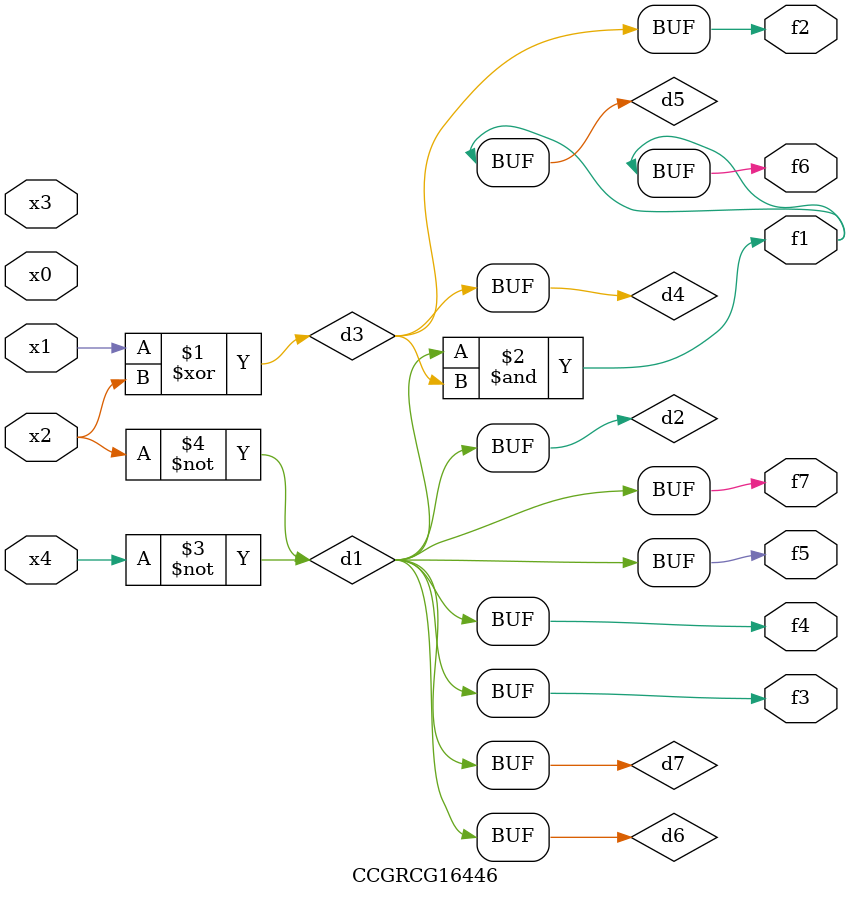
<source format=v>
module CCGRCG16446(
	input x0, x1, x2, x3, x4,
	output f1, f2, f3, f4, f5, f6, f7
);

	wire d1, d2, d3, d4, d5, d6, d7;

	not (d1, x4);
	not (d2, x2);
	xor (d3, x1, x2);
	buf (d4, d3);
	and (d5, d1, d3);
	buf (d6, d1, d2);
	buf (d7, d2);
	assign f1 = d5;
	assign f2 = d4;
	assign f3 = d7;
	assign f4 = d7;
	assign f5 = d7;
	assign f6 = d5;
	assign f7 = d7;
endmodule

</source>
